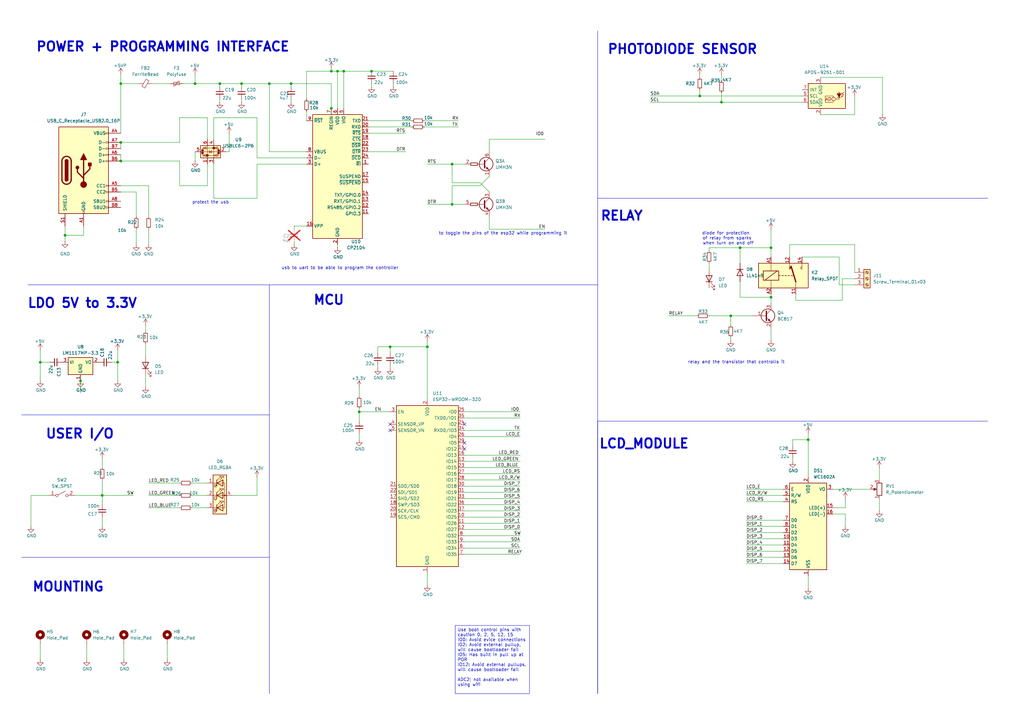
<source format=kicad_sch>
(kicad_sch (version 20231120) (generator "eeschema") (generator_version "8.0")
  (paper "A3")
  (junction (at 287.02 39.37))
  (junction (at 49.53 58.42))
  (junction (at 331.47 180.34))
  (junction (at 303.53 101.6))
  (junction (at 33.02 156.21))
  (junction (at 48.26 148.59))
  (junction (at 152.4 29.21))
  (junction (at 175.26 142.24))
  (junction (at 99.06 34.29))
  (junction (at 316.23 121.92))
  (junction (at 185.42 83.82))
  (junction (at 49.53 34.29))
  (junction (at 26.67 96.52))
  (junction (at 140.97 29.21))
  (junction (at 295.91 41.91))
  (junction (at 90.17 34.29))
  (junction (at 41.91 203.2))
  (junction (at 119.38 34.29))
  (junction (at 147.32 168.91))
  (junction (at 135.89 44.45))
  (junction (at 135.89 29.21))
  (junction (at 185.42 67.31))
  (junction (at 16.51 148.59))
  (junction (at 160.02 142.24))
  (junction (at 299.72 129.54))
  (junction (at 138.43 29.21))
  (junction (at 80.01 34.29))
  (junction (at 110.49 34.29))
  (junction (at 49.53 66.04))
  (junction (at 316.23 101.6))
  (no_connect (at 160.02 176.53))
  (no_connect (at 190.5 173.99))
  (no_connect (at 160.02 173.99))
  (no_connect (at 190.5 181.61))
  (no_connect (at 190.5 184.15))
  (wire (pts (xy 95.25 203.2) (xy 105.41 203.2)))
  (wire (pts (xy 287.02 39.37) (xy 328.93 39.37)))
  (wire (pts (xy 173.99 49.53) (xy 187.96 49.53)))
  (wire (pts (xy 306.07 220.98) (xy 321.31 220.98)))
  (wire (pts (xy 190.5 194.31) (xy 213.36 194.31)))
  (wire (pts (xy 341.63 208.28) (xy 346.71 208.28)))
  (wire (pts (xy 90.17 41.91) (xy 90.17 40.64)))
  (wire (pts (xy 175.26 234.95) (xy 175.26 240.03)))
  (wire (pts (xy 50.8 264.16) (xy 50.8 270.51)))
  (wire (pts (xy 34.29 96.52) (xy 26.67 96.52)))
  (wire (pts (xy 120.65 93.98) (xy 120.65 92.71)))
  (wire (pts (xy 151.13 54.61) (xy 166.37 54.61)))
  (wire (pts (xy 346.71 204.47) (xy 346.71 208.28)))
  (wire (pts (xy 147.32 172.72) (xy 147.32 168.91)))
  (wire (pts (xy 120.65 100.33) (xy 120.65 99.06)))
  (wire (pts (xy 200.66 93.98) (xy 200.66 88.9)))
  (wire (pts (xy 59.69 146.05) (xy 59.69 140.97)))
  (wire (pts (xy 185.42 76.2) (xy 196.85 76.2)))
  (wire (pts (xy 160.02 149.86) (xy 160.02 151.13)))
  (wire (pts (xy 73.66 66.04) (xy 49.53 66.04)))
  (wire (pts (xy 325.12 187.96) (xy 325.12 189.23)))
  (wire (pts (xy 20.32 203.2) (xy 12.7 203.2)))
  (wire (pts (xy 119.38 41.91) (xy 119.38 40.64)))
  (wire (pts (xy 303.53 115.57) (xy 303.53 121.92)))
  (wire (pts (xy 360.68 191.77) (xy 360.68 196.85)))
  (wire (pts (xy 290.83 101.6) (xy 303.53 101.6)))
  (wire (pts (xy 55.88 78.74) (xy 55.88 88.9)))
  (wire (pts (xy 190.5 201.93) (xy 213.36 201.93)))
  (wire (pts (xy 190.5 176.53) (xy 213.36 176.53)))
  (wire (pts (xy 49.53 60.96) (xy 49.53 58.42)))
  (wire (pts (xy 316.23 101.6) (xy 316.23 105.41)))
  (wire (pts (xy 306.07 205.74) (xy 321.31 205.74)))
  (wire (pts (xy 105.41 203.2) (xy 105.41 195.58)))
  (polyline (pts (xy 245.11 81.28) (xy 405.13 81.28)))
  (wire (pts (xy 175.26 83.82) (xy 185.42 83.82)))
  (wire (pts (xy 290.83 110.49) (xy 290.83 107.95)))
  (wire (pts (xy 341.63 210.82) (xy 346.71 210.82)))
  (wire (pts (xy 135.89 34.29) (xy 119.38 34.29)))
  (wire (pts (xy 90.17 35.56) (xy 90.17 34.29)))
  (wire (pts (xy 274.32 129.54) (xy 285.75 129.54)))
  (wire (pts (xy 87.63 48.26) (xy 105.41 48.26)))
  (wire (pts (xy 299.72 129.54) (xy 308.61 129.54)))
  (wire (pts (xy 160.02 144.78) (xy 160.02 142.24)))
  (wire (pts (xy 331.47 177.8) (xy 331.47 180.34)))
  (wire (pts (xy 73.66 58.42) (xy 49.53 58.42)))
  (wire (pts (xy 316.23 121.92) (xy 316.23 124.46)))
  (wire (pts (xy 295.91 41.91) (xy 328.93 41.91)))
  (wire (pts (xy 60.96 93.98) (xy 60.96 100.33)))
  (wire (pts (xy 154.94 142.24) (xy 160.02 142.24)))
  (wire (pts (xy 306.07 231.14) (xy 321.31 231.14)))
  (wire (pts (xy 266.7 41.91) (xy 295.91 41.91)))
  (wire (pts (xy 303.53 121.92) (xy 316.23 121.92)))
  (wire (pts (xy 200.66 78.74) (xy 196.85 74.93)))
  (wire (pts (xy 306.07 228.6) (xy 321.31 228.6)))
  (wire (pts (xy 135.89 45.72) (xy 135.89 44.45)))
  (wire (pts (xy 49.53 78.74) (xy 55.88 78.74)))
  (wire (pts (xy 154.94 149.86) (xy 154.94 151.13)))
  (wire (pts (xy 287.02 31.75) (xy 287.02 30.48)))
  (wire (pts (xy 26.67 96.52) (xy 26.67 99.06)))
  (wire (pts (xy 99.06 34.29) (xy 90.17 34.29)))
  (wire (pts (xy 49.53 76.2) (xy 60.96 76.2)))
  (wire (pts (xy 35.56 264.16) (xy 35.56 270.51)))
  (polyline (pts (xy 8.89 170.18) (xy 110.49 170.18)))
  (wire (pts (xy 41.91 196.85) (xy 41.91 203.2)))
  (wire (pts (xy 161.29 35.56) (xy 161.29 34.29)))
  (wire (pts (xy 78.74 198.12) (xy 85.09 198.12)))
  (wire (pts (xy 41.91 207.01) (xy 41.91 203.2)))
  (wire (pts (xy 345.44 123.19) (xy 326.39 123.19)))
  (wire (pts (xy 299.72 138.43) (xy 299.72 139.7)))
  (wire (pts (xy 87.63 57.15) (xy 87.63 48.26)))
  (polyline (pts (xy 245.11 172.72) (xy 405.13 172.72)))
  (wire (pts (xy 16.51 264.16) (xy 16.51 270.51)))
  (wire (pts (xy 190.5 168.91) (xy 213.36 168.91)))
  (wire (pts (xy 60.96 76.2) (xy 60.96 88.9)))
  (wire (pts (xy 12.7 203.2) (xy 12.7 215.9)))
  (wire (pts (xy 190.5 199.39) (xy 213.36 199.39)))
  (wire (pts (xy 325.12 180.34) (xy 331.47 180.34)))
  (wire (pts (xy 175.26 67.31) (xy 185.42 67.31)))
  (wire (pts (xy 360.68 204.47) (xy 360.68 209.55)))
  (wire (pts (xy 49.53 30.48) (xy 49.53 34.29)))
  (wire (pts (xy 73.66 76.2) (xy 73.66 66.04)))
  (wire (pts (xy 135.89 44.45) (xy 135.89 34.29)))
  (wire (pts (xy 147.32 177.8) (xy 147.32 180.34)))
  (wire (pts (xy 290.83 102.87) (xy 290.83 101.6)))
  (wire (pts (xy 303.53 101.6) (xy 316.23 101.6)))
  (wire (pts (xy 190.5 191.77) (xy 213.36 191.77)))
  (wire (pts (xy 306.07 215.9) (xy 321.31 215.9)))
  (polyline (pts (xy 245.11 12.7) (xy 245.11 284.48)))
  (wire (pts (xy 328.93 105.41) (xy 344.17 105.41)))
  (wire (pts (xy 190.5 212.09) (xy 213.36 212.09)))
  (polyline (pts (xy 11.43 116.84) (xy 245.11 116.84)))
  (wire (pts (xy 125.73 40.64) (xy 125.73 29.21)))
  (wire (pts (xy 55.88 93.98) (xy 55.88 100.33)))
  (wire (pts (xy 190.5 222.25) (xy 213.36 222.25)))
  (wire (pts (xy 120.65 92.71) (xy 125.73 92.71)))
  (wire (pts (xy 41.91 212.09) (xy 41.91 215.9)))
  (wire (pts (xy 41.91 203.2) (xy 54.61 203.2)))
  (wire (pts (xy 185.42 76.2) (xy 185.42 83.82)))
  (wire (pts (xy 20.32 148.59) (xy 16.51 148.59)))
  (wire (pts (xy 306.07 223.52) (xy 321.31 223.52)))
  (wire (pts (xy 105.41 48.26) (xy 105.41 64.77)))
  (wire (pts (xy 93.98 54.61) (xy 93.98 62.23)))
  (wire (pts (xy 135.89 29.21) (xy 138.43 29.21)))
  (wire (pts (xy 125.73 62.23) (xy 110.49 62.23)))
  (wire (pts (xy 306.07 203.2) (xy 321.31 203.2)))
  (wire (pts (xy 306.07 213.36) (xy 321.31 213.36)))
  (wire (pts (xy 85.09 67.31) (xy 85.09 76.2)))
  (wire (pts (xy 45.72 148.59) (xy 48.26 148.59)))
  (wire (pts (xy 295.91 33.02) (xy 295.91 30.48)))
  (wire (pts (xy 190.5 196.85) (xy 213.36 196.85)))
  (polyline (pts (xy 110.49 116.84) (xy 110.49 284.48)))
  (wire (pts (xy 59.69 158.75) (xy 59.69 153.67)))
  (wire (pts (xy 190.5 189.23) (xy 213.36 189.23)))
  (wire (pts (xy 345.44 114.3) (xy 345.44 123.19)))
  (wire (pts (xy 190.5 214.63) (xy 213.36 214.63)))
  (wire (pts (xy 152.4 29.21) (xy 161.29 29.21)))
  (wire (pts (xy 196.85 74.93) (xy 185.42 74.93)))
  (wire (pts (xy 48.26 148.59) (xy 48.26 156.21)))
  (wire (pts (xy 147.32 162.56) (xy 147.32 158.75)))
  (wire (pts (xy 151.13 52.07) (xy 168.91 52.07)))
  (wire (pts (xy 200.66 62.23) (xy 200.66 57.15)))
  (wire (pts (xy 306.07 200.66) (xy 321.31 200.66)))
  (wire (pts (xy 152.4 35.56) (xy 152.4 34.29)))
  (wire (pts (xy 110.49 62.23) (xy 110.49 34.29)))
  (wire (pts (xy 326.39 123.19) (xy 326.39 120.65)))
  (wire (pts (xy 140.97 29.21) (xy 152.4 29.21)))
  (wire (pts (xy 266.7 39.37) (xy 287.02 39.37)))
  (wire (pts (xy 60.96 198.12) (xy 73.66 198.12)))
  (wire (pts (xy 185.42 83.82) (xy 190.5 83.82)))
  (wire (pts (xy 190.5 227.33) (xy 213.36 227.33)))
  (polyline (pts (xy 8.89 228.6) (xy 110.49 228.6)))
  (wire (pts (xy 16.51 148.59) (xy 16.51 156.21)))
  (wire (pts (xy 60.96 208.28) (xy 73.66 208.28)))
  (wire (pts (xy 173.99 52.07) (xy 187.96 52.07)))
  (wire (pts (xy 33.02 156.21) (xy 33.02 161.29)))
  (wire (pts (xy 85.09 76.2) (xy 73.66 76.2)))
  (wire (pts (xy 316.23 120.65) (xy 316.23 121.92)))
  (wire (pts (xy 74.93 34.29) (xy 80.01 34.29)))
  (wire (pts (xy 190.5 217.17) (xy 213.36 217.17)))
  (wire (pts (xy 190.5 179.07) (xy 213.36 179.07)))
  (wire (pts (xy 135.89 27.94) (xy 135.89 29.21)))
  (wire (pts (xy 336.55 31.75) (xy 361.95 31.75)))
  (wire (pts (xy 346.71 210.82) (xy 346.71 215.9)))
  (wire (pts (xy 99.06 41.91) (xy 99.06 40.64)))
  (wire (pts (xy 93.98 62.23) (xy 92.71 62.23)))
  (wire (pts (xy 331.47 180.34) (xy 331.47 195.58)))
  (wire (pts (xy 190.5 204.47) (xy 213.36 204.47)))
  (wire (pts (xy 190.5 224.79) (xy 213.36 224.79)))
  (wire (pts (xy 316.23 93.98) (xy 316.23 101.6)))
  (wire (pts (xy 78.74 208.28) (xy 85.09 208.28)))
  (wire (pts (xy 119.38 35.56) (xy 119.38 34.29)))
  (wire (pts (xy 90.17 34.29) (xy 80.01 34.29)))
  (wire (pts (xy 138.43 44.45) (xy 138.43 29.21)))
  (wire (pts (xy 105.41 64.77) (xy 125.73 64.77)))
  (wire (pts (xy 190.5 207.01) (xy 213.36 207.01)))
  (wire (pts (xy 48.26 143.51) (xy 48.26 148.59)))
  (wire (pts (xy 73.66 48.26) (xy 73.66 58.42)))
  (wire (pts (xy 41.91 203.2) (xy 30.48 203.2)))
  (wire (pts (xy 290.83 129.54) (xy 299.72 129.54)))
  (wire (pts (xy 87.63 67.31) (xy 87.63 81.28)))
  (wire (pts (xy 190.5 186.69) (xy 213.36 186.69)))
  (wire (pts (xy 151.13 62.23) (xy 166.37 62.23)))
  (wire (pts (xy 140.97 29.21) (xy 140.97 44.45)))
  (wire (pts (xy 85.09 48.26) (xy 73.66 48.26)))
  (wire (pts (xy 341.63 200.66) (xy 356.87 200.66)))
  (wire (pts (xy 41.91 191.77) (xy 41.91 187.96)))
  (wire (pts (xy 350.52 111.76) (xy 350.52 100.33)))
  (wire (pts (xy 306.07 226.06) (xy 321.31 226.06)))
  (wire (pts (xy 344.17 105.41) (xy 344.17 116.84)))
  (wire (pts (xy 196.85 76.2) (xy 200.66 72.39)))
  (wire (pts (xy 147.32 168.91) (xy 160.02 168.91)))
  (wire (pts (xy 78.74 203.2) (xy 85.09 203.2)))
  (wire (pts (xy 331.47 236.22) (xy 331.47 241.3)))
  (wire (pts (xy 154.94 144.78) (xy 154.94 142.24)))
  (wire (pts (xy 350.52 100.33) (xy 323.85 100.33)))
  (wire (pts (xy 295.91 38.1) (xy 295.91 41.91)))
  (wire (pts (xy 160.02 142.24) (xy 175.26 142.24)))
  (wire (pts (xy 323.85 100.33) (xy 323.85 105.41)))
  (wire (pts (xy 105.41 81.28) (xy 105.41 67.31)))
  (wire (pts (xy 147.32 167.64) (xy 147.32 168.91)))
  (wire (pts (xy 110.49 34.29) (xy 99.06 34.29)))
  (wire (pts (xy 190.5 209.55) (xy 213.36 209.55)))
  (wire (pts (xy 200.66 57.15) (xy 223.52 57.15)))
  (wire (pts (xy 57.15 34.29) (xy 49.53 34.29)))
  (wire (pts (xy 344.17 116.84) (xy 350.52 116.84)))
  (wire (pts (xy 49.53 34.29) (xy 49.53 54.61)))
  (wire (pts (xy 119.38 34.29) (xy 110.49 34.29)))
  (wire (pts (xy 287.02 36.83) (xy 287.02 39.37)))
  (wire (pts (xy 316.23 134.62) (xy 316.23 139.7)))
  (wire (pts (xy 151.13 49.53) (xy 168.91 49.53)))
  (wire (pts (xy 125.73 49.53) (xy 125.73 45.72)))
  (wire (pts (xy 175.26 142.24) (xy 175.26 163.83)))
  (wire (pts (xy 125.73 29.21) (xy 135.89 29.21)))
  (wire (pts (xy 60.96 203.2) (xy 73.66 203.2)))
  (wire (pts (xy 336.55 46.99) (xy 350.52 46.99)))
  (wire (pts (xy 190.5 171.45) (xy 213.36 171.45)))
  (wire (pts (xy 190.5 219.71) (xy 213.36 219.71)))
  (wire (pts (xy 34.29 92.71) (xy 34.29 96.52)))
  (wire (pts (xy 185.42 67.31) (xy 190.5 67.31)))
  (wire (pts (xy 350.52 114.3) (xy 345.44 114.3)))
  (wire (pts (xy 16.51 143.51) (xy 16.51 148.59)))
  (wire (pts (xy 105.41 67.31) (xy 125.73 67.31)))
  (wire (pts (xy 175.26 139.7) (xy 175.26 142.24)))
  (wire (pts (xy 325.12 182.88) (xy 325.12 180.34)))
  (wire (pts (xy 26.67 92.71) (xy 26.67 96.52)))
  (wire (pts (xy 303.53 107.95) (xy 303.53 101.6)))
  (wire (pts (xy 185.42 74.93) (xy 185.42 67.31)))
  (wire (pts (xy 87.63 81.28) (xy 105.41 81.28)))
  (wire (pts (xy 62.23 34.29) (xy 69.85 34.29)))
  (wire (pts (xy 361.95 31.75) (xy 361.95 46.99)))
  (wire (pts (xy 138.43 29.21) (xy 140.97 29.21)))
  (wire (pts (xy 80.01 34.29) (xy 80.01 30.48)))
  (wire (pts (xy 59.69 133.35) (xy 59.69 135.89)))
  (wire (pts (xy 200.66 93.98) (xy 223.52 93.98)))
  (wire (pts (xy 306.07 218.44) (xy 321.31 218.44)))
  (wire (pts (xy 299.72 133.35) (xy 299.72 129.54)))
  (wire (pts (xy 138.43 101.6) (xy 138.43 100.33)))
  (wire (pts (xy 80.01 62.23) (xy 80.01 66.04)))
  (polyline (pts (xy 245.11 172.72) (xy 245.11 284.48)))
  (wire (pts (xy 85.09 57.15) (xy 85.09 48.26)))
  (wire (pts (xy 49.53 63.5) (xy 49.53 66.04)))
  (wire (pts (xy 350.52 39.37) (xy 350.52 46.99)))
  (wire (pts (xy 68.58 264.16) (xy 68.58 270.51)))
  (wire (pts (xy 99.06 35.56) (xy 99.06 34.29)))
  (text_box "Use boot control pins with caution 0, 2, 5, 12, 15\nIO0: Avoid evice connections\nIO2: Avoid external pullup, will cause bootloader fail\nIO5: Has built in pull up at POR\nIO12: Avoid external pullups, will cause bootloader fail\n\nADC2; not available when using wifi\n" (at 186.69 256.54 0) (size 30.48 27.94) (effects (font (size 1.27 1.27)) (justify left top)))
  (text "to toggle the pins of the esp32 while programming it " (at 206.756 95.758 0) (effects (font (size 1.27 1.27))))
  (text "relay and the transistor that controlls it\n" (at 302.006 148.59 0) (effects (font (size 1.27 1.27))))
  (text "LCD_MODULE" (at 264.16 182.118 0) (effects (font (size 3.81 3.81) (thickness 0.762) (bold yes))))
  (text "PHOTODIODE SENSOR\n" (at 279.908 20.32 0) (effects (font (size 3.81 3.81) (thickness 0.762) (bold yes))))
  (text "MCU\n" (at 134.874 123.19 0) (effects (font (size 3.81 3.81) (thickness 0.762) (bold yes))))
  (text "diode for protection \nof relay from sparks\n when turn on and off\n" (at 298.196 97.79 0) (effects (font (size 1.27 1.27))))
  (text "POWER + PROGRAMMING INTERFACE\n" (at 66.802 19.304 0) (effects (font (size 3.81 3.81) (thickness 0.762) (bold yes))))
  (text "USER I/O\n" (at 32.766 178.054 0) (effects (font (size 3.81 3.81) (thickness 0.762) (bold yes))))
  (text "RELAY\n" (at 255.016 88.646 0) (effects (font (size 3.81 3.81) (thickness 0.762) (bold yes))))
  (text "LDO 5V to 3.3V" (at 33.782 124.46 0) (effects (font (size 3.81 3.81) (thickness 0.762) (bold yes))))
  (text "usb to uart to be able to program the controller\n" (at 139.446 109.982 0) (effects (font (size 1.27 1.27))))
  (text "MOUNTING\n" (at 27.94 240.792 0) (effects (font (size 3.81 3.81) (thickness 0.762) (bold yes))))
  (text "protect the usb" (at 86.36 83.058 0) (effects (font (size 1.27 1.27))))
  (label "RX" (at 185.42 49.53 0))
  (label "DTR" (at 175.26 83.82 0))
  (label "DISP_2" (at 213.36 212.09 180))
  (label "EN" (at 153.67 168.91 0))
  (label "SW" (at 52.07 203.2 0))
  (label "DTR" (at 162.56 62.23 0))
  (label "DISP_4" (at 306.07 223.52 0))
  (label "IO0" (at 219.71 55.88 0))
  (label "RX" (at 210.82 171.45 0))
  (label "LCD_RS" (at 306.07 205.74 0))
  (label "LCD_R{slash}W" (at 213.36 196.85 180))
  (label "DISP_7" (at 213.36 199.39 180))
  (label "LCD_E" (at 306.07 200.66 0))
  (label "DISP_7" (at 306.07 231.14 0))
  (label "LCD_E" (at 213.36 179.07 180))
  (label "DISP_5" (at 306.07 226.06 0))
  (label "LED_GREEN" (at 201.93 189.23 0))
  (label "DISP_6" (at 306.07 228.6 0))
  (label "LED_GREEN" (at 60.96 203.2 0))
  (label "LCD_RS" (at 213.36 194.31 180))
  (label "DISP_6" (at 213.36 201.93 180))
  (label "SCL" (at 266.7 41.91 0))
  (label "RTS" (at 162.56 54.61 0))
  (label "DISP_1" (at 213.36 214.63 180))
  (label "DISP_4" (at 213.36 207.01 180))
  (label "TX" (at 210.82 176.53 0))
  (label "SDA" (at 209.55 222.25 0))
  (label "DISP_3" (at 306.07 220.98 0))
  (label "LCD_R{slash}W" (at 306.07 203.2 0))
  (label "RELAY" (at 208.28 227.33 0))
  (label "TX" (at 185.42 52.07 0))
  (label "LED_RED" (at 204.47 186.69 0))
  (label "LED_RED" (at 60.96 198.12 0))
  (label "DISP_0" (at 213.36 217.17 180))
  (label "DISP_5" (at 213.36 204.47 180))
  (label "SCL" (at 209.55 224.79 0))
  (label "RELAY" (at 274.32 129.54 0))
  (label "DISP_1" (at 306.07 215.9 0))
  (label "EN" (at 220.98 93.98 0))
  (label "RTS" (at 175.26 67.31 0))
  (label "DISP_2" (at 306.07 218.44 0))
  (label "SDA" (at 266.7 39.37 0))
  (label "LED_BLUE" (at 60.96 208.28 0))
  (label "DISP_3" (at 213.36 209.55 180))
  (label "SW" (at 210.82 219.71 0))
  (label "LED_BLUE" (at 203.2 191.77 0))
  (label "IO0" (at 209.55 168.91 0))
  (label "DISP_0" (at 306.07 213.36 0))
  (symbol (lib_id "Device:R_Small") (at 147.32 165.1 0) (unit 1)
    (property "Reference" "R29" (at 141.224 165.354 0) (effects (justify left)))
    (property "Value" "10k" (at 148.844 165.1 0) (effects (justify left)))
    (property "Footprint" "Resistor_SMD:R_01005_0402Metric_Pad0.57x0.30mm_HandSolder" (effects (hide yes)))
    (property "Description" "Resistor, small symbol" (effects (hide yes)))
  )
  (symbol (lib_id "power:+5V") (at 147.32 158.75 0) (unit 1)
    (property "Reference" "#PWR088" (effects (hide yes)))
    (property "Value" "+3.3V" (at 147.066 155.194 0))
    (property "Description" "Power symbol creates a global label with name \"+5V\"" (effects (hide yes)))
  )
  (symbol (lib_id "power:GND") (at 147.32 180.34 0) (unit 1)
    (property "Reference" "#PWR089" (effects (hide yes)))
    (property "Value" "GND" (at 147.574 184.15 0))
    (property "Description" "Power symbol creates a global label with name \"GND\" , ground" (effects (hide yes)))
  )
  (symbol (lib_id "Device:R_Small") (at 171.45 49.53 90) (unit 1)
    (property "Reference" "R30" (at 168.656 48.514 90) (effects (justify left)))
    (property "Value" "10k" (at 177.546 48.26 90) (effects (justify left)))
    (property "Footprint" "Resistor_SMD:R_01005_0402Metric_Pad0.57x0.30mm_HandSolder" (effects (hide yes)))
    (property "Description" "Resistor, small symbol" (effects (hide yes)))
  )
  (symbol (lib_id "Device:R_Small") (at 76.2 208.28 90) (unit 1)
    (property "Reference" "R27" (at 73.66 207.01 90) (effects (justify left)))
    (property "Value" "10k" (at 82.042 207.01 90) (effects (justify left)))
    (property "Footprint" "Resistor_SMD:R_01005_0402Metric_Pad0.57x0.30mm_HandSolder" (effects (hide yes)))
    (property "Description" "Resistor, small symbol" (effects (hide yes)))
  )
  (symbol (lib_id "power:GND") (at 16.51 270.51 0) (unit 1)
    (property "Reference" "#PWR059" (effects (hide yes)))
    (property "Value" "GND" (at 16.764 274.32 0))
    (property "Description" "Power symbol creates a global label with name \"GND\" , ground" (effects (hide yes)))
  )
  (symbol (lib_id "Device:R_Small") (at 290.83 105.41 180) (unit 1)
    (property "Reference" "R34" (at 289.052 103.378 90) (effects (justify left)))
    (property "Value" "4K7" (at 293.37 103.378 90) (effects (justify left)))
    (property "Footprint" "Resistor_SMD:R_01005_0402Metric_Pad0.57x0.30mm_HandSolder" (effects (hide yes)))
    (property "Description" "Resistor, small symbol" (effects (hide yes)))
  )
  (symbol (lib_id "Switch:SW_SPST") (at 25.4 203.2 0) (unit 1)
    (property "Reference" "SW2" (at 25.4 196.85 0))
    (property "Value" "SW_SPST" (at 25.4 199.39 0))
    (property "Footprint" "Button_Switch_THT:SW_PUSH_1P1T_6x3.5mm_H4.3_APEM_MJTP1243" (effects (hide yes)))
    (property "Description" "Single Pole Single Throw (SPST) switch" (effects (hide yes)))
  )
  (symbol (lib_id "Regulator_Linear:LM1117MP-3.3") (at 33.02 148.59 0) (unit 1)
    (property "Reference" "U8" (at 33.02 142.24 0))
    (property "Value" "LM1117MP-3.3" (at 33.02 144.78 0))
    (property "Footprint" "Package_TO_SOT_SMD:SOT-223-3_TabPin2" (effects (hide yes)))
    (property "Datasheet" "http://www.ti.com/lit/ds/symlink/lm1117.pdf" (effects (hide yes)))
    (property "Description" "800mA Low-Dropout Linear Regulator, 3.3V fixed output, SOT-223" (effects (hide yes)))
  )
  (symbol (lib_id "Device:C_Small") (at 41.91 209.55 180) (unit 1)
    (property "Reference" "C17" (at 39.878 210.82 0) (effects (justify left)))
    (property "Value" "100n" (at 40.894 207.518 0) (effects (justify left)))
    (property "Footprint" "Capacitor_SMD:C_0201_0603Metric_Pad0.64x0.40mm_HandSolder" (effects (hide yes)))
    (property "Description" "Unpolarized capacitor, small symbol" (effects (hide yes)))
  )
  (symbol (lib_id "power:GND") (at 41.91 215.9 0) (unit 1)
    (property "Reference" "#PWR064" (effects (hide yes)))
    (property "Value" "GND" (at 42.164 219.71 0))
    (property "Description" "Power symbol creates a global label with name \"GND\" , ground" (effects (hide yes)))
  )
  (symbol (lib_id "power:GND") (at 120.65 100.33 0) (unit 1)
    (property "Reference" "#PWR081" (effects (hide yes)))
    (property "Value" "GND" (at 120.904 104.14 0))
    (property "Description" "Power symbol creates a global label with name \"GND\" , ground" (effects (hide yes)))
  )
  (symbol (lib_id "power:+5V") (at 80.01 30.48 0) (unit 1)
    (property "Reference" "#PWR074" (effects (hide yes)))
    (property "Value" "+5V" (at 79.756 26.924 0))
    (property "Description" "Power symbol creates a global label with name \"+5V\"" (effects (hide yes)))
  )
  (symbol (lib_id "power:+5V") (at 105.41 195.58 0) (unit 1)
    (property "Reference" "#PWR079" (effects (hide yes)))
    (property "Value" "+3.3V" (at 105.156 192.024 0))
    (property "Description" "Power symbol creates a global label with name \"+5V\"" (effects (hide yes)))
  )
  (symbol (lib_id "Device:R_Small") (at 287.02 34.29 0) (unit 1)
    (property "Reference" "R32" (at 281.178 34.29 0) (effects (justify left)))
    (property "Value" "4K7" (at 288.544 34.29 0) (effects (justify left)))
    (property "Footprint" "Resistor_SMD:R_01005_0402Metric_Pad0.57x0.30mm_HandSolder" (effects (hide yes)))
    (property "Description" "Resistor, small symbol" (effects (hide yes)))
  )
  (symbol (lib_id "Device:R_Small") (at 288.29 129.54 90) (unit 1)
    (property "Reference" "R33" (at 290.322 127.762 90) (effects (justify left)))
    (property "Value" "4K7" (at 290.322 132.08 90) (effects (justify left)))
    (property "Footprint" "Resistor_SMD:R_01005_0402Metric_Pad0.57x0.30mm_HandSolder" (effects (hide yes)))
    (property "Description" "Resistor, small symbol" (effects (hide yes)))
  )
  (symbol (lib_id "Relay:Relay_SPDT") (at 321.31 113.03 0) (unit 1)
    (property "Reference" "K2" (at 332.74 111.7599 0) (effects (justify left)))
    (property "Value" "Relay_SPDT" (at 332.74 114.2999 0) (effects (justify left)))
    (property "Footprint" "Relay_THT:Relay_SPDT_Schrack-RT1-16A-FormC_RM5mm" (effects (hide yes)))
    (property "Description" "Monostable Relay SPDT, EN50005" (effects (hide yes)))
  )
  (symbol (lib_id "Transistor_BJT:UMH3N") (at 195.58 67.31 0) (unit 1)
    (property "Reference" "Q3" (at 203.2 66.0399 0) (effects (justify left)))
    (property "Value" "UMH3N" (at 203.2 68.5799 0) (effects (justify left)))
    (property "Footprint" "Package_TO_SOT_SMD:SOT-363_SC-70-6" (effects (hide yes)))
    (property "Datasheet" "http://rohmfs.rohm.com/en/products/databook/datasheet/discrete/transistor/digital/emh3t2r-e.pdf" (effects (hide yes)))
    (property "Description" "0.1A Ic, 50V Vce, Dual NPN Input Resistor Transistors, SOT-363" (effects (hide yes)))
  )
  (symbol (lib_id "Device:R_Small") (at 76.2 198.12 90) (unit 1)
    (property "Reference" "R25" (at 73.66 196.85 90) (effects (justify left)))
    (property "Value" "10k" (at 82.042 196.85 90) (effects (justify left)))
    (property "Footprint" "Resistor_SMD:R_01005_0402Metric_Pad0.57x0.30mm_HandSolder" (effects (hide yes)))
    (property "Description" "Resistor, small symbol" (effects (hide yes)))
  )
  (symbol (lib_id "power:GND") (at 360.68 209.55 0) (unit 1)
    (property "Reference" "#PWR0105" (effects (hide yes)))
    (property "Value" "GND" (at 360.68 213.36 0))
    (property "Description" "Power symbol creates a global label with name \"GND\" , ground" (effects (hide yes)))
  )
  (symbol (lib_id "Device:C_Small") (at 90.17 38.1 0) (unit 1)
    (property "Reference" "C19" (at 92.202 36.83 0) (effects (justify left)))
    (property "Value" "22u" (at 91.186 40.132 0) (effects (justify left)))
    (property "Footprint" "Capacitor_SMD:C_01005_0402Metric_Pad0.57x0.30mm_HandSolder" (effects (hide yes)))
    (property "Description" "Unpolarized capacitor, small symbol" (effects (hide yes)))
  )
  (symbol (lib_id "power:GND") (at 60.96 100.33 0) (unit 1)
    (property "Reference" "#PWR072" (effects (hide yes)))
    (property "Value" "GND" (at 60.96 104.14 0))
    (property "Description" "Power symbol creates a global label with name \"GND\" , ground" (effects (hide yes)))
  )
  (symbol (lib_id "Device:R_Small") (at 125.73 43.18 0) (unit 1)
    (property "Reference" "R28" (at 126.746 42.164 0) (effects (justify left)))
    (property "Value" "10k" (at 127 44.196 0) (effects (justify left)))
    (property "Footprint" "Resistor_SMD:R_01005_0402Metric_Pad0.57x0.30mm_HandSolder" (effects (hide yes)))
    (property "Description" "Resistor, small symbol" (effects (hide yes)))
  )
  (symbol (lib_id "Connector:USB_C_Receptacle_USB2.0_16P") (at 34.29 69.85 0) (unit 1)
    (property "Reference" "J7" (at 34.29 46.99 0))
    (property "Value" "USB_C_Receptacle_USB2.0_16P" (at 34.29 49.53 0))
    (property "Footprint" "Connector_USB:USB_C_Receptacle_HRO_TYPE-C-31-M-12" (effects (hide yes)))
    (property "Datasheet" "https://www.usb.org/sites/default/files/documents/usb_type-c.zip" (effects (hide yes)))
    (property "Description" "USB 2.0-only 16P Type-C Receptacle connector" (effects (hide yes)))
  )
  (symbol (lib_id "Device:C_Small") (at 161.29 31.75 0) (unit 1)
    (property "Reference" "C24" (at 163.322 30.48 0) (effects (justify left)))
    (property "Value" "100n" (at 162.306 33.782 0) (effects (justify left)))
    (property "Footprint" "Capacitor_SMD:C_0201_0603Metric_Pad0.64x0.40mm_HandSolder" (effects (hide yes)))
    (property "Description" "Unpolarized capacitor, small symbol" (effects (hide yes)))
  )
  (symbol (lib_id "power:GND") (at 55.88 100.33 0) (unit 1)
    (property "Reference" "#PWR069" (effects (hide yes)))
    (property "Value" "GND" (at 55.88 104.14 0))
    (property "Description" "Power symbol creates a global label with name \"GND\" , ground" (effects (hide yes)))
  )
  (symbol (lib_id "power:GND") (at 90.17 41.91 0) (unit 1)
    (property "Reference" "#PWR076" (effects (hide yes)))
    (property "Value" "GND" (at 90.424 45.72 0))
    (property "Description" "Power symbol creates a global label with name \"GND\" , ground" (effects (hide yes)))
  )
  (symbol (lib_id "power:GND") (at 99.06 41.91 0) (unit 1)
    (property "Reference" "#PWR078" (effects (hide yes)))
    (property "Value" "GND" (at 99.314 45.72 0))
    (property "Description" "Power symbol creates a global label with name \"GND\" , ground" (effects (hide yes)))
  )
  (symbol (lib_id "Device:R_Small") (at 60.96 91.44 0) (unit 1)
    (property "Reference" "R24" (at 63.5 90.1699 0) (effects (justify left)))
    (property "Value" "10k" (at 63.5 92.7099 0) (effects (justify left)))
    (property "Footprint" "Resistor_SMD:R_01005_0402Metric_Pad0.57x0.30mm_HandSolder" (effects (hide yes)))
    (property "Description" "Resistor, small symbol" (effects (hide yes)))
  )
  (symbol (lib_id "power:+5V") (at 287.02 30.48 0) (unit 1)
    (property "Reference" "#PWR095" (effects (hide yes)))
    (property "Value" "+3.3V" (at 286.766 26.924 0))
    (property "Description" "Power symbol creates a global label with name \"+5V\"" (effects (hide yes)))
  )
  (symbol (lib_id "power:GND") (at 175.26 240.03 0) (unit 1)
    (property "Reference" "#PWR093" (effects (hide yes)))
    (property "Value" "GND" (at 175.514 243.84 0))
    (property "Description" "Power symbol creates a global label with name \"GND\" , ground" (effects (hide yes)))
  )
  (symbol (lib_id "power:+3.3V") (at 135.89 27.94 0) (unit 1)
    (property "Reference" "#PWR083" (effects (hide yes)))
    (property "Value" "+3.3V" (at 135.89 24.638 0))
    (property "Description" "Power symbol creates a global label with name \"+3.3V\"" (effects (hide yes)))
  )
  (symbol (lib_id "power:+5V") (at 93.98 54.61 0) (unit 1)
    (property "Reference" "#PWR077" (effects (hide yes)))
    (property "Value" "+5V" (at 93.726 51.054 0))
    (property "Description" "Power symbol creates a global label with name \"+5V\"" (effects (hide yes)))
  )
  (symbol (lib_id "RF_Module:ESP32-WROOM-32D") (at 175.26 199.39 0) (unit 1)
    (property "Reference" "U11" (at 177.4541 161.29 0) (effects (justify left)))
    (property "Value" "ESP32-WROOM-32D" (at 177.4541 163.83 0) (effects (justify left)))
    (property "Footprint" "RF_Module:ESP32-WROOM-32D" (effects (hide yes)))
    (property "Datasheet" "https://www.espressif.com/sites/default/files/documentation/esp32-wroom-32d_esp32-wroom-32u_datasheet_en.pdf" (effects (hide yes)))
    (property "Description" "RF Module, ESP32-D0WD SoC, Wi-Fi 802.11b/g/n, Bluetooth, BLE, 32-bit, 2.7-3.6V, onboard antenna, SMD" (effects (hide yes)))
  )
  (symbol (lib_id "Device:C_Small") (at 119.38 38.1 0) (unit 1)
    (property "Reference" "C21" (at 114.808 38.354 0) (effects (justify left)))
    (property "Value" "4u7" (at 114.554 40.132 0) (effects (justify left)))
    (property "Footprint" "Capacitor_SMD:C_0805_2012Metric_Pad1.18x1.45mm_HandSolder" (effects (hide yes)))
    (property "Description" "Unpolarized capacitor, small symbol" (effects (hide yes)))
  )
  (symbol (lib_id "Sensor_Optical:APDS-9251-001") (at 339.09 39.37 180) (unit 1)
    (property "Reference" "U14" (at 336.042 27.178 0) (effects (justify right)))
    (property "Value" "APDS-9251-001" (at 329.946 29.718 0) (effects (justify right)))
    (property "Footprint" "OptoDevice:Broadcom_LGA-8_2x2mm_P0.5mm" (effects (hide yes)))
    (property "Datasheet" "https://docs.broadcom.com/doc/APDS-9251-001-DS" (effects (hide yes)))
    (property "Description" "Digital RGB, IR, and Ambient Light Sensor, 1.7-3.6V, LGA-8" (effects (hide yes)))
  )
  (symbol (lib_id "Diode:LL4148") (at 303.53 111.76 270) (unit 1)
    (property "Reference" "D8" (at 306.07 110.4899 90) (effects (justify left)))
    (property "Value" "LL4148" (at 306.07 113.0299 90) (effects (justify left)))
    (property "Footprint" "Diode_SMD:D_MiniMELF_Handsoldering" (effects (hide yes)))
    (property "Datasheet" "http://www.vishay.com/docs/85557/ll4148.pdf" (effects (hide yes)))
    (property "Description" "100V 0.15A standard switching diode, MiniMELF" (effects (hide yes)))
    (property "Sim.Device" "D" (effects (hide yes)))
    (property "Sim.Pins" "1=K 2=A" (effects (hide yes)))
  )
  (symbol (lib_id "Device:C_Small") (at 43.18 148.59 90) (unit 1)
    (property "Reference" "C18" (at 41.91 146.558 0) (effects (justify left)))
    (property "Value" "22u" (at 45.212 147.574 0) (effects (justify left)))
    (property "Footprint" "Capacitor_SMD:C_01005_0402Metric_Pad0.57x0.30mm_HandSolder" (effects (hide yes)))
    (property "Description" "Unpolarized capacitor, small symbol" (effects (hide yes)))
  )
  (symbol (lib_id "Device:LED") (at 59.69 149.86 90) (unit 1)
    (property "Reference" "D5" (at 63.5 150.1774 90) (effects (justify right)))
    (property "Value" "LED" (at 63.5 152.7174 90) (effects (justify right)))
    (property "Footprint" "LED_SMD:LED_0603_1608Metric_Pad1.05x0.95mm_HandSolder" (effects (hide yes)))
    (property "Description" "Light emitting diode" (effects (hide yes)))
  )
  (symbol (lib_id "power:+5V") (at 175.26 139.7 0) (unit 1)
    (property "Reference" "#PWR092" (effects (hide yes)))
    (property "Value" "+3.3V" (at 175.006 136.144 0))
    (property "Description" "Power symbol creates a global label with name \"+5V\"" (effects (hide yes)))
  )
  (symbol (lib_id "power:+5V") (at 59.69 133.35 0) (unit 1)
    (property "Reference" "#PWR070" (effects (hide yes)))
    (property "Value" "+3.3V" (at 59.436 129.794 0))
    (property "Description" "Power symbol creates a global label with name \"+5V\"" (effects (hide yes)))
  )
  (symbol (lib_id "Transistor_BJT:BC817") (at 313.69 129.54 0) (unit 1)
    (property "Reference" "Q4" (at 318.77 128.2699 0) (effects (justify left)))
    (property "Value" "BC817" (at 318.77 130.8099 0) (effects (justify left)))
    (property "Footprint" "Package_TO_SOT_SMD:SOT-23" (effects (hide yes)))
    (property "Datasheet" "https://www.onsemi.com/pub/Collateral/BC818-D.pdf" (effects (hide yes)))
    (property "Description" "0.8A Ic, 45V Vce, NPN Transistor, SOT-23" (effects (hide yes)))
  )
  (symbol (lib_id "power:GND") (at 33.02 156.21 0) (unit 1)
    (property "Reference" "#PWR061" (effects (hide yes)))
    (property "Value" "GND" (at 33.274 160.02 0))
    (property "Description" "Power symbol creates a global label with name \"GND\" , ground" (effects (hide yes)))
  )
  (symbol (lib_id "Mechanical:MountingHole_Pad") (at 35.56 261.62 0) (unit 1) (exclude_from_sim yes) (in_bom no)
    (property "Reference" "H6" (at 38.1 259.0799 0) (effects (justify left)))
    (property "Value" "Hole_Pad" (at 38.1 261.6199 0) (effects (justify left)))
    (property "Footprint" "MountingHole:MountingHole_2.2mm_M2_DIN965_Pad" (effects (hide yes)))
    (property "Description" "Mounting Hole with connection" (effects (hide yes)))
  )
  (symbol (lib_id "Device:R_Small") (at 295.91 35.56 0) (unit 1)
    (property "Reference" "R35" (at 291.592 33.02 0) (effects (justify left)))
    (property "Value" "4K7" (at 296.164 32.766 0) (effects (justify left)))
    (property "Footprint" "Resistor_SMD:R_01005_0402Metric_Pad0.57x0.30mm_HandSolder" (effects (hide yes)))
    (property "Description" "Resistor, small symbol" (effects (hide yes)))
  )
  (symbol (lib_id "Mechanical:MountingHole_Pad") (at 50.8 261.62 0) (unit 1) (exclude_from_sim yes) (in_bom no)
    (property "Reference" "H7" (at 53.34 259.0799 0) (effects (justify left)))
    (property "Value" "Hole_Pad" (at 53.34 261.6199 0) (effects (justify left)))
    (property "Footprint" "MountingHole:MountingHole_2.2mm_M2_DIN965_Pad" (effects (hide yes)))
    (property "Description" "Mounting Hole with connection" (effects (hide yes)))
  )
  (symbol (lib_id "Transistor_BJT:UMH3N") (at 195.58 83.82 0) (unit 2)
    (property "Reference" "Q3" (at 203.2 82.5499 0) (effects (justify left)))
    (property "Value" "UMH3N" (at 203.2 85.0899 0) (effects (justify left)))
    (property "Footprint" "Package_TO_SOT_SMD:SOT-363_SC-70-6" (effects (hide yes)))
    (property "Datasheet" "http://rohmfs.rohm.com/en/products/databook/datasheet/discrete/transistor/digital/emh3t2r-e.pdf" (effects (hide yes)))
    (property "Description" "0.1A Ic, 50V Vce, Dual NPN Input Resistor Transistors, SOT-363" (effects (hide yes)))
  )
  (symbol (lib_id "power:GND") (at 361.95 46.99 0) (unit 1)
    (property "Reference" "#PWR0110" (effects (hide yes)))
    (property "Value" "GND" (at 361.95 50.8 0))
    (property "Description" "Power symbol creates a global label with name \"GND\" , ground" (effects (hide yes)))
  )
  (symbol (lib_id "power:GND") (at 160.02 151.13 0) (unit 1)
    (property "Reference" "#PWR091" (effects (hide yes)))
    (property "Value" "GND" (at 160.274 154.94 0))
    (property "Description" "Power symbol creates a global label with name \"GND\" , ground" (effects (hide yes)))
  )
  (symbol (lib_id "power:GND") (at 80.01 66.04 0) (unit 1)
    (property "Reference" "#PWR075" (effects (hide yes)))
    (property "Value" "GND" (at 80.264 69.85 0))
    (property "Description" "Power symbol creates a global label with name \"GND\" , ground" (effects (hide yes)))
  )
  (symbol (lib_id "Device:C_Small") (at 325.12 185.42 180) (unit 1)
    (property "Reference" "C28" (at 323.342 183.896 0) (effects (justify left)))
    (property "Value" "22u" (at 323.85 187.198 0) (effects (justify left)))
    (property "Footprint" "Capacitor_SMD:C_01005_0402Metric_Pad0.57x0.30mm_HandSolder" (effects (hide yes)))
    (property "Description" "Unpolarized capacitor, small symbol" (effects (hide yes)))
  )
  (symbol (lib_id "Connector:Screw_Terminal_01x03") (at 355.6 114.3 0) (unit 1)
    (property "Reference" "J11" (at 358.14 113.0299 0) (effects (justify left)))
    (property "Value" "Screw_Terminal_01x03" (at 358.14 115.5699 0) (effects (justify left)))
    (property "Footprint" "TerminalBlock_Phoenix:TerminalBlock_Phoenix_PTSM-0,5-3-2.5-V-THR_1x03_P2.50mm_Vertical" (effects (hide yes)))
    (property "Description" "Generic screw terminal, single row, 01x03, script generated (kicad-library-utils/schlib/autogen/connector/)" (effects (hide yes)))
  )
  (symbol (lib_id "power:+5V") (at 331.47 177.8 0) (unit 1)
    (property "Reference" "#PWR098" (effects (hide yes)))
    (property "Value" "+5V" (at 331.216 174.244 0))
    (property "Description" "Power symbol creates a global label with name \"+5V\"" (effects (hide yes)))
  )
  (symbol (lib_id "Device:C_Small") (at 120.65 96.52 0) (unit 1) (in_bom no) (dnp yes)
    (property "Reference" "C22" (at 116.078 96.774 0) (effects (justify left)))
    (property "Value" "4u7" (at 115.824 98.552 0) (effects (justify left)))
    (property "Footprint" "Capacitor_SMD:C_01005_0402Metric_Pad0.57x0.30mm_HandSolder" (effects (hide yes)))
    (property "Description" "Unpolarized capacitor, small symbol" (effects (hide yes)))
  )
  (symbol (lib_id "Mechanical:MountingHole_Pad") (at 68.58 261.62 0) (unit 1) (exclude_from_sim yes) (in_bom no)
    (property "Reference" "H8" (at 71.12 259.0799 0) (effects (justify left)))
    (property "Value" "Hole_Pad" (at 71.12 261.6199 0) (effects (justify left)))
    (property "Footprint" "MountingHole:MountingHole_2.2mm_M2_DIN965_Pad" (effects (hide yes)))
    (property "Description" "Mounting Hole with connection" (effects (hide yes)))
  )
  (symbol (lib_id "power:GND") (at 50.8 270.51 0) (unit 1)
    (property "Reference" "#PWR068" (effects (hide yes)))
    (property "Value" "GND" (at 51.054 274.32 0))
    (property "Description" "Power symbol creates a global label with name \"GND\" , ground" (effects (hide yes)))
  )
  (symbol (lib_id "power:GND") (at 119.38 41.91 0) (unit 1)
    (property "Reference" "#PWR080" (effects (hide yes)))
    (property "Value" "GND" (at 119.634 45.72 0))
    (property "Description" "Power symbol creates a global label with name \"GND\" , ground" (effects (hide yes)))
  )
  (symbol (lib_id "power:GND") (at 299.72 139.7 0) (unit 1)
    (property "Reference" "#PWR099" (effects (hide yes)))
    (property "Value" "GND" (at 299.72 143.51 0))
    (property "Description" "Power symbol creates a global label with name \"GND\" , ground" (effects (hide yes)))
  )
  (symbol (lib_id "power:GND") (at 59.69 158.75 0) (unit 1)
    (property "Reference" "#PWR071" (effects (hide yes)))
    (property "Value" "GND" (at 59.944 162.56 0))
    (property "Description" "Power symbol creates a global label with name \"GND\" , ground" (effects (hide yes)))
  )
  (symbol (lib_id "power:GND") (at 161.29 35.56 0) (unit 1)
    (property "Reference" "#PWR087" (effects (hide yes)))
    (property "Value" "GND" (at 161.544 39.37 0))
    (property "Description" "Power symbol creates a global label with name \"GND\" , ground" (effects (hide yes)))
  )
  (symbol (lib_id "Device:R_Small") (at 76.2 203.2 90) (unit 1)
    (property "Reference" "R26" (at 74.422 202.438 90) (effects (justify left)))
    (property "Value" "10k" (at 81.28 202.184 90) (effects (justify left)))
    (property "Footprint" "Resistor_SMD:R_01005_0402Metric_Pad0.57x0.30mm_HandSolder" (effects (hide yes)))
    (property "Description" "Resistor, small symbol" (effects (hide yes)))
  )
  (symbol (lib_id "power:+5VP") (at 49.53 30.48 0) (unit 1)
    (property "Reference" "#PWR067" (effects (hide yes)))
    (property "Value" "+5VP" (at 49.276 26.924 0))
    (property "Description" "Power symbol creates a global label with name \"+5VP\"" (effects (hide yes)))
  )
  (symbol (lib_id "power:+5V") (at 316.23 93.98 0) (unit 1)
    (property "Reference" "#PWR0102" (effects (hide yes)))
    (property "Value" "+5V" (at 315.976 90.424 0))
    (property "Description" "Power symbol creates a global label with name \"+5V\"" (effects (hide yes)))
  )
  (symbol (lib_id "power:+5V") (at 346.71 204.47 0) (unit 1)
    (property "Reference" "#PWR0101" (effects (hide yes)))
    (property "Value" "+3.3V" (at 346.456 200.914 0))
    (property "Description" "Power symbol creates a global label with name \"+5V\"" (effects (hide yes)))
  )
  (symbol (lib_id "power:GND") (at 35.56 270.51 0) (unit 1)
    (property "Reference" "#PWR062" (effects (hide yes)))
    (property "Value" "GND" (at 35.814 274.32 0))
    (property "Description" "Power symbol creates a global label with name \"GND\" , ground" (effects (hide yes)))
  )
  (symbol (lib_id "power:GND") (at 138.43 101.6 0) (unit 1)
    (property "Reference" "#PWR084" (effects (hide yes)))
    (property "Value" "GND" (at 138.684 105.41 0))
    (property "Description" "Power symbol creates a global label with name \"GND\" , ground" (effects (hide yes)))
  )
  (symbol (lib_id "Device:LED_RGBA") (at 90.17 203.2 0) (unit 1)
    (property "Reference" "D6" (at 90.17 189.23 0))
    (property "Value" "LED_RGBA" (at 90.17 191.77 0))
    (property "Footprint" "LED_SMD:LED_RGB_Wuerth-PLCC4_3.2x2.8mm_150141M173100" (effects (hide yes)))
    (property "Description" "RGB LED, red/green/blue/anode" (effects (hide yes)))
  )
  (symbol (lib_id "Device:Polyfuse_Small") (at 72.39 34.29 90) (unit 1)
    (property "Reference" "F3" (at 72.39 27.94 90))
    (property "Value" "Polyfuse" (at 72.39 30.48 90))
    (property "Footprint" "Fuse:Fuse_Bourns_MF-RG500" (effects (hide yes)))
    (property "Description" "Resettable fuse, polymeric positive temperature coefficient, small symbol" (effects (hide yes)))
  )
  (symbol (lib_id "Device:C_Small") (at 154.94 147.32 180) (unit 1)
    (property "Reference" "C26" (at 153.162 145.796 0) (effects (justify left)))
    (property "Value" "22u" (at 153.67 149.098 0) (effects (justify left)))
    (property "Footprint" "Capacitor_SMD:C_01005_0402Metric_Pad0.57x0.30mm_HandSolder" (effects (hide yes)))
    (property "Description" "Unpolarized capacitor, small symbol" (effects (hide yes)))
  )
  (symbol (lib_id "Power_Protection:USBLC6-2P6") (at 85.09 62.23 90) (unit 1)
    (property "Reference" "U9" (at 97.79 57.2768 90))
    (property "Value" "USBLC6-2P6" (at 97.79 59.8168 90))
    (property "Footprint" "Package_TO_SOT_SMD:SOT-666" (effects (hide yes)))
    (property "Datasheet" "https://www.st.com/resource/en/datasheet/usblc6-2.pdf" (effects (hide yes)))
    (property "Description" "Very low capacitance ESD protection diode, 2 data-line, SOT-666" (effects (hide yes)))
  )
  (symbol (lib_id "power:+5V") (at 16.51 143.51 0) (unit 1)
    (property "Reference" "#PWR057" (effects (hide yes)))
    (property "Value" "+5V" (at 16.256 139.954 0))
    (property "Description" "Power symbol creates a global label with name \"+5V\"" (effects (hide yes)))
  )
  (symbol (lib_id "Device:R_Small") (at 41.91 194.31 0) (unit 1)
    (property "Reference" "R21" (at 38.354 194.056 0) (effects (justify left)))
    (property "Value" "10k" (at 43.434 194.31 0) (effects (justify left)))
    (property "Footprint" "Resistor_SMD:R_01005_0402Metric_Pad0.57x0.30mm_HandSolder" (effects (hide yes)))
    (property "Description" "Resistor, small symbol" (effects (hide yes)))
  )
  (symbol (lib_id "power:GND") (at 26.67 99.06 0) (unit 1)
    (property "Reference" "#PWR060" (effects (hide yes)))
    (property "Value" "GND" (at 26.67 104.14 0))
    (property "Description" "Power symbol creates a global label with name \"GND\" , ground" (effects (hide yes)))
  )
  (symbol (lib_id "power:+5V") (at 350.52 39.37 0) (unit 1)
    (property "Reference" "#PWR0108" (effects (hide yes)))
    (property "Value" "+3.3V" (at 350.266 35.814 0))
    (property "Description" "Power symbol creates a global label with name \"+5V\"" (effects (hide yes)))
  )
  (symbol (lib_id "Device:C_Small") (at 22.86 148.59 270) (unit 1)
    (property "Reference" "C13" (at 24.13 150.622 0) (effects (justify left)))
    (property "Value" "22u" (at 20.828 149.606 0) (effects (justify left)))
    (property "Footprint" "Capacitor_SMD:C_01005_0402Metric_Pad0.57x0.30mm_HandSolder" (effects (hide yes)))
    (property "Description" "Unpolarized capacitor, small symbol" (effects (hide yes)))
  )
  (symbol (lib_id "Mechanical:MountingHole_Pad") (at 16.51 261.62 0) (unit 1) (exclude_from_sim yes) (in_bom no)
    (property "Reference" "H5" (at 19.05 259.0799 0) (effects (justify left)))
    (property "Value" "Hole_Pad" (at 19.05 261.6199 0) (effects (justify left)))
    (property "Footprint" "MountingHole:MountingHole_2.2mm_M2_DIN965_Pad" (effects (hide yes)))
    (property "Description" "Mounting Hole with connection" (effects (hide yes)))
  )
  (symbol (lib_id "power:GND") (at 68.58 270.51 0) (unit 1)
    (property "Reference" "#PWR073" (effects (hide yes)))
    (property "Value" "GND" (at 68.834 274.32 0))
    (property "Description" "Power symbol creates a global label with name \"GND\" , ground" (effects (hide yes)))
  )
  (symbol (lib_id "power:GND") (at 154.94 151.13 0) (unit 1)
    (property "Reference" "#PWR090" (effects (hide yes)))
    (property "Value" "GND" (at 155.194 154.94 0))
    (property "Description" "Power symbol creates a global label with name \"GND\" , ground" (effects (hide yes)))
  )
  (symbol (lib_id "Device:R_Potentiometer") (at 360.68 200.66 180) (unit 1)
    (property "Reference" "RV1" (at 363.22 199.3899 0) (effects (justify right)))
    (property "Value" "R_Potentiometer" (at 363.22 201.9299 0) (effects (justify right)))
    (property "Footprint" "Potentiometer_SMD:Potentiometer_ACP_CA14-VSMD_Vertical_Hole" (effects (hide yes)))
    (property "Description" "Potentiometer" (effects (hide yes)))
  )
  (symbol (lib_id "power:+5V") (at 48.26 143.51 0) (unit 1)
    (property "Reference" "#PWR065" (effects (hide yes)))
    (property "Value" "+3.3V" (at 48.006 139.954 0))
    (property "Description" "Power symbol creates a global label with name \"+5V\"" (effects (hide yes)))
  )
  (symbol (lib_id "Device:C_Small") (at 99.06 38.1 0) (unit 1)
    (property "Reference" "C20" (at 101.092 36.83 0) (effects (justify left)))
    (property "Value" "100n" (at 100.076 40.132 0) (effects (justify left)))
    (property "Footprint" "Capacitor_SMD:C_0201_0603Metric_Pad0.64x0.40mm_HandSolder" (effects (hide yes)))
    (property "Description" "Unpolarized capacitor, small symbol" (effects (hide yes)))
  )
  (symbol (lib_id "Device:R_Small") (at 59.69 138.43 0) (unit 1)
    (property "Reference" "R23" (at 56.134 138.176 0) (effects (justify left)))
    (property "Value" "10k" (at 61.214 138.43 0) (effects (justify left)))
    (property "Footprint" "Resistor_SMD:R_01005_0402Metric_Pad0.57x0.30mm_HandSolder" (effects (hide yes)))
    (property "Description" "Resistor, small symbol" (effects (hide yes)))
  )
  (symbol (lib_id "power:GND") (at 331.47 241.3 0) (unit 1)
    (property "Reference" "#PWR0100" (effects (hide yes)))
    (property "Value" "GND" (at 331.47 245.11 0))
    (property "Description" "Power symbol creates a global label with name \"GND\" , ground" (effects (hide yes)))
  )
  (symbol (lib_id "Device:LED") (at 290.83 114.3 90) (unit 1)
    (property "Reference" "D7" (at 294.64 114.6174 90) (effects (justify right)))
    (property "Value" "LED" (at 294.64 117.1574 90) (effects (justify right)))
    (property "Footprint" "LED_SMD:LED_0603_1608Metric_Pad1.05x0.95mm_HandSolder" (effects (hide yes)))
    (property "Description" "Light emitting diode" (effects (hide yes)))
  )
  (symbol (lib_id "power:GND") (at 48.26 156.21 0) (unit 1)
    (property "Reference" "#PWR066" (effects (hide yes)))
    (property "Value" "GND" (at 48.514 160.02 0))
    (property "Description" "Power symbol creates a global label with name \"GND\" , ground" (effects (hide yes)))
  )
  (symbol (lib_id "power:GND") (at 346.71 215.9 0) (unit 1)
    (property "Reference" "#PWR096" (effects (hide yes)))
    (property "Value" "GND" (at 346.71 219.71 0))
    (property "Description" "Power symbol creates a global label with name \"GND\" , ground" (effects (hide yes)))
  )
  (symbol (lib_id "Interface_USB:CP2104") (at 138.43 72.39 0) (unit 1)
    (property "Reference" "U10" (at 144.018 99.06 0) (effects (justify left)))
    (property "Value" "CP2104" (at 142.24 101.6 0) (effects (justify left)))
    (property "Footprint" "Package_DFN_QFN:QFN-24-1EP_4x4mm_P0.5mm_EP2.6x2.6mm" (effects (hide yes)))
    (property "Datasheet" "https://www.silabs.com/documents/public/data-sheets/cp2104.pdf" (effects (hide yes)))
    (property "Description" "Single-Chip USB-to-UART Bridge, USB 2.0 Full-Speed, 2Mbps UART, QFN-24" (effects (hide yes)))
  )
  (symbol (lib_id "power:GND") (at 152.4 35.56 0) (unit 1)
    (property "Reference" "#PWR085" (effects (hide yes)))
    (property "Value" "GND" (at 152.654 39.37 0))
    (property "Description" "Power symbol creates a global label with name \"GND\" , ground" (effects (hide yes)))
  )
  (symbol (lib_id "Display_Character:WC1602A") (at 331.47 215.9 0) (unit 1)
    (property "Reference" "DS1" (at 333.6641 193.04 0) (effects (justify left)))
    (property "Value" "WC1602A" (at 333.6641 195.58 0) (effects (justify left)))
    (property "Footprint" "Display:WC1602A" (effects (hide yes)))
    (property "Datasheet" "http://www.wincomlcd.com/pdf/WC1602A-SFYLYHTC06.pdf" (effects (hide yes)))
    (property "Description" "LCD 16x2 Alphanumeric , 8 bit parallel bus, 5V VDD" (effects (hide yes)))
  )
  (symbol (lib_id "Device:R_Small") (at 55.88 91.44 0) (unit 1)
    (property "Reference" "R22" (at 52.324 91.186 0) (effects (justify left)))
    (property "Value" "10k" (at 48.26 94.488 0) (effects (justify left)))
    (property "Footprint" "Resistor_SMD:R_01005_0402Metric_Pad0.57x0.30mm_HandSolder" (effects (hide yes)))
    (property "Description" "Resistor, small symbol" (effects (hide yes)))
  )
  (symbol (lib_id "Device:C_Small") (at 160.02 147.32 180) (unit 1)
    (property "Reference" "C27" (at 165.862 145.796 0) (effects (justify left)))
    (property "Value" "100n" (at 165.862 148.336 0) (effects (justify left)))
    (property "Footprint" "Capacitor_SMD:C_0201_0603Metric_Pad0.64x0.40mm_HandSolder" (effects (hide yes)))
    (property "Description" "Unpolarized capacitor, small symbol" (effects (hide yes)))
  )
  (symbol (lib_id "power:GND") (at 316.23 139.7 0) (unit 1)
    (property "Reference" "#PWR0103" (effects (hide yes)))
    (property "Value" "GND" (at 316.23 143.51 0))
    (property "Description" "Power symbol creates a global label with name \"GND\" , ground" (effects (hide yes)))
  )
  (symbol (lib_id "Device:C_Small") (at 152.4 31.75 0) (unit 1)
    (property "Reference" "C23" (at 154.432 30.48 0) (effects (justify left)))
    (property "Value" "22u" (at 153.416 33.782 0) (effects (justify left)))
    (property "Footprint" "Capacitor_SMD:C_01005_0402Metric_Pad0.57x0.30mm_HandSolder" (effects (hide yes)))
    (property "Description" "Unpolarized capacitor, small symbol" (effects (hide yes)))
  )
  (symbol (lib_id "power:+5V") (at 41.91 187.96 0) (unit 1)
    (property "Reference" "#PWR063" (effects (hide yes)))
    (property "Value" "+3.3V" (at 41.656 184.404 0))
    (property "Description" "Power symbol creates a global label with name \"+5V\"" (effects (hide yes)))
  )
  (symbol (lib_id "Device:C_Small") (at 147.32 175.26 180) (unit 1)
    (property "Reference" "C25" (at 144.78 174.498 0) (effects (justify left)))
    (property "Value" "100n" (at 145.288 176.53 0) (effects (justify left)))
    (property "Footprint" "Capacitor_SMD:C_0201_0603Metric_Pad0.64x0.40mm_HandSolder" (effects (hide yes)))
    (property "Description" "Unpolarized capacitor, small symbol" (effects (hide yes)))
  )
  (symbol (lib_id "Device:FerriteBead_Small") (at 59.69 34.29 90) (unit 1)
    (property "Reference" "FB2" (at 59.6519 27.94 90))
    (property "Value" "FerriteBead" (at 59.6519 30.48 90))
    (property "Footprint" "Inductor_SMD:L_0603_1608Metric_Pad1.05x0.95mm_HandSolder" (effects (hide yes)))
    (property "Description" "Ferrite bead, small symbol" (effects (hide yes)))
  )
  (symbol (lib_id "power:GND") (at 12.7 215.9 0) (unit 1)
    (property "Reference" "#PWR056" (effects (hide yes)))
    (property "Value" "GND" (at 12.954 219.71 0))
    (property "Description" "Power symbol creates a global label with name \"GND\" , ground" (effects (hide yes)))
  )
  (symbol (lib_id "Device:R_Small") (at 171.45 52.07 90) (unit 1)
    (property "Reference" "R31" (at 168.656 51.054 90) (effects (justify left)))
    (property "Value" "10k" (at 177.546 50.8 90) (effects (justify left)))
    (property "Footprint" "Resistor_SMD:R_01005_0402Metric_Pad0.57x0.30mm_HandSolder" (effects (hide yes)))
    (property "Description" "Resistor, small symbol" (effects (hide yes)))
  )
  (symbol (lib_id "power:GND") (at 325.12 189.23 0) (unit 1)
    (property "Reference" "#PWR094" (effects (hide yes)))
    (property "Value" "GND" (at 325.374 193.04 0))
    (property "Description" "Power symbol creates a global label with name \"GND\" , ground" (effects (hide yes)))
  )
  (symbol (lib_id "power:+5V") (at 295.91 30.48 0) (unit 1)
    (property "Reference" "#PWR097" (effects (hide yes)))
    (property "Value" "+3.3V" (at 295.656 26.924 0))
    (property "Description" "Power symbol creates a global label with name \"+5V\"" (effects (hide yes)))
  )
  (symbol (lib_id "power:GND") (at 16.51 156.21 0) (unit 1)
    (property "Reference" "#PWR058" (effects (hide yes)))
    (property "Value" "GND" (at 16.764 160.02 0))
    (property "Description" "Power symbol creates a global label with name \"GND\" , ground" (effects (hide yes)))
  )
  (symbol (lib_id "power:+5V") (at 360.68 191.77 0) (unit 1)
    (property "Reference" "#PWR0104" (effects (hide yes)))
    (property "Value" "+3.3V" (at 360.426 188.214 0))
    (property "Description" "Power symbol creates a global label with name \"+5V\"" (effects (hide yes)))
  )
  (symbol (lib_id "Device:R_Small") (at 299.72 135.89 0) (unit 1)
    (property "Reference" "R36" (at 295.148 136.144 0) (effects (justify left)))
    (property "Value" "4K7" (at 300.736 135.89 0) (effects (justify left)))
    (property "Footprint" "Resistor_SMD:R_01005_0402Metric_Pad0.57x0.30mm_HandSolder" (effects (hide yes)))
    (property "Description" "Resistor, small symbol" (effects (hide yes)))
  )
)
</source>
